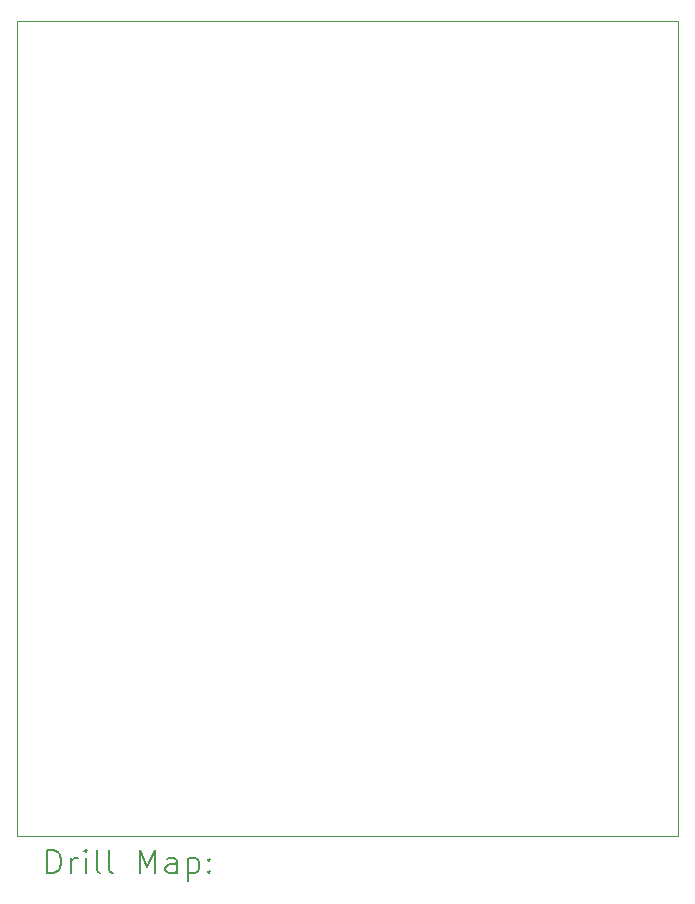
<source format=gbr>
%TF.GenerationSoftware,KiCad,Pcbnew,8.0.2*%
%TF.CreationDate,2024-08-26T09:43:16-06:00*%
%TF.ProjectId,Perfboard_0.25,50657266-626f-4617-9264-5f302e32352e,rev?*%
%TF.SameCoordinates,Original*%
%TF.FileFunction,Drillmap*%
%TF.FilePolarity,Positive*%
%FSLAX45Y45*%
G04 Gerber Fmt 4.5, Leading zero omitted, Abs format (unit mm)*
G04 Created by KiCad (PCBNEW 8.0.2) date 2024-08-26 09:43:16*
%MOMM*%
%LPD*%
G01*
G04 APERTURE LIST*
%ADD10C,0.050000*%
%ADD11C,0.200000*%
G04 APERTURE END LIST*
D10*
X12200000Y-4300000D02*
X17800000Y-4300000D01*
X17800000Y-4300000D02*
X17800000Y-11200000D01*
X12200000Y-11200000D02*
X12200000Y-4300000D01*
X17800000Y-11200000D02*
X12200000Y-11200000D01*
D11*
X12458277Y-11513984D02*
X12458277Y-11313984D01*
X12458277Y-11313984D02*
X12505896Y-11313984D01*
X12505896Y-11313984D02*
X12534467Y-11323508D01*
X12534467Y-11323508D02*
X12553515Y-11342555D01*
X12553515Y-11342555D02*
X12563039Y-11361603D01*
X12563039Y-11361603D02*
X12572562Y-11399698D01*
X12572562Y-11399698D02*
X12572562Y-11428269D01*
X12572562Y-11428269D02*
X12563039Y-11466365D01*
X12563039Y-11466365D02*
X12553515Y-11485412D01*
X12553515Y-11485412D02*
X12534467Y-11504460D01*
X12534467Y-11504460D02*
X12505896Y-11513984D01*
X12505896Y-11513984D02*
X12458277Y-11513984D01*
X12658277Y-11513984D02*
X12658277Y-11380650D01*
X12658277Y-11418746D02*
X12667801Y-11399698D01*
X12667801Y-11399698D02*
X12677324Y-11390174D01*
X12677324Y-11390174D02*
X12696372Y-11380650D01*
X12696372Y-11380650D02*
X12715420Y-11380650D01*
X12782086Y-11513984D02*
X12782086Y-11380650D01*
X12782086Y-11313984D02*
X12772562Y-11323508D01*
X12772562Y-11323508D02*
X12782086Y-11333031D01*
X12782086Y-11333031D02*
X12791610Y-11323508D01*
X12791610Y-11323508D02*
X12782086Y-11313984D01*
X12782086Y-11313984D02*
X12782086Y-11333031D01*
X12905896Y-11513984D02*
X12886848Y-11504460D01*
X12886848Y-11504460D02*
X12877324Y-11485412D01*
X12877324Y-11485412D02*
X12877324Y-11313984D01*
X13010658Y-11513984D02*
X12991610Y-11504460D01*
X12991610Y-11504460D02*
X12982086Y-11485412D01*
X12982086Y-11485412D02*
X12982086Y-11313984D01*
X13239229Y-11513984D02*
X13239229Y-11313984D01*
X13239229Y-11313984D02*
X13305896Y-11456841D01*
X13305896Y-11456841D02*
X13372562Y-11313984D01*
X13372562Y-11313984D02*
X13372562Y-11513984D01*
X13553515Y-11513984D02*
X13553515Y-11409222D01*
X13553515Y-11409222D02*
X13543991Y-11390174D01*
X13543991Y-11390174D02*
X13524943Y-11380650D01*
X13524943Y-11380650D02*
X13486848Y-11380650D01*
X13486848Y-11380650D02*
X13467801Y-11390174D01*
X13553515Y-11504460D02*
X13534467Y-11513984D01*
X13534467Y-11513984D02*
X13486848Y-11513984D01*
X13486848Y-11513984D02*
X13467801Y-11504460D01*
X13467801Y-11504460D02*
X13458277Y-11485412D01*
X13458277Y-11485412D02*
X13458277Y-11466365D01*
X13458277Y-11466365D02*
X13467801Y-11447317D01*
X13467801Y-11447317D02*
X13486848Y-11437793D01*
X13486848Y-11437793D02*
X13534467Y-11437793D01*
X13534467Y-11437793D02*
X13553515Y-11428269D01*
X13648753Y-11380650D02*
X13648753Y-11580650D01*
X13648753Y-11390174D02*
X13667801Y-11380650D01*
X13667801Y-11380650D02*
X13705896Y-11380650D01*
X13705896Y-11380650D02*
X13724943Y-11390174D01*
X13724943Y-11390174D02*
X13734467Y-11399698D01*
X13734467Y-11399698D02*
X13743991Y-11418746D01*
X13743991Y-11418746D02*
X13743991Y-11475888D01*
X13743991Y-11475888D02*
X13734467Y-11494936D01*
X13734467Y-11494936D02*
X13724943Y-11504460D01*
X13724943Y-11504460D02*
X13705896Y-11513984D01*
X13705896Y-11513984D02*
X13667801Y-11513984D01*
X13667801Y-11513984D02*
X13648753Y-11504460D01*
X13829705Y-11494936D02*
X13839229Y-11504460D01*
X13839229Y-11504460D02*
X13829705Y-11513984D01*
X13829705Y-11513984D02*
X13820182Y-11504460D01*
X13820182Y-11504460D02*
X13829705Y-11494936D01*
X13829705Y-11494936D02*
X13829705Y-11513984D01*
X13829705Y-11390174D02*
X13839229Y-11399698D01*
X13839229Y-11399698D02*
X13829705Y-11409222D01*
X13829705Y-11409222D02*
X13820182Y-11399698D01*
X13820182Y-11399698D02*
X13829705Y-11390174D01*
X13829705Y-11390174D02*
X13829705Y-11409222D01*
M02*

</source>
